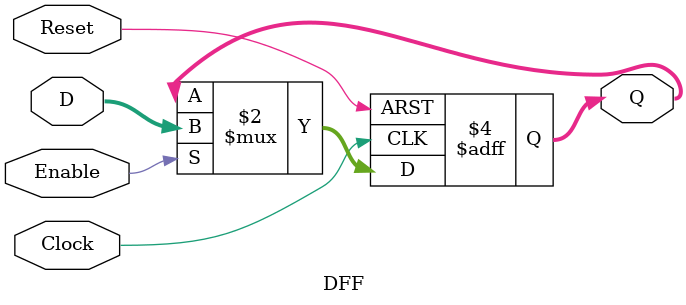
<source format=v>
module DFF #(parameter N = 8) (input Clock, Reset, Enable, input [N-1:0] D,
            output reg [N-1:0] Q);
    always @(posedge Clock or posedge Reset) begin
        if (Reset) begin
            Q <= {N{1'b0}}; 
        end else if (Enable) begin
            Q <= D;
        end
    end
endmodule
</source>
